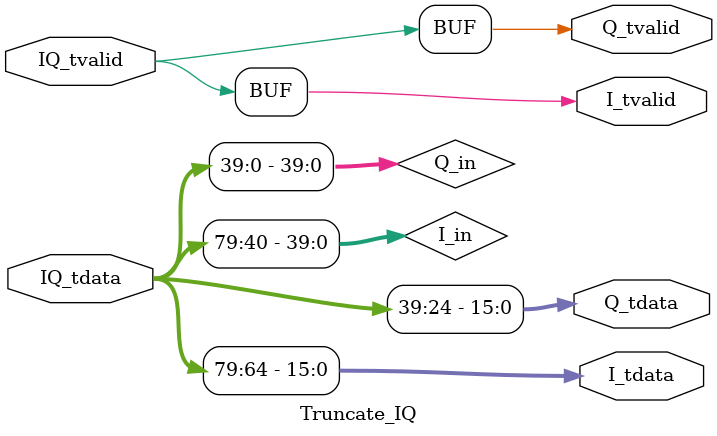
<source format=v>

module Truncate_IQ #(
  parameter I_WIDTH = 80, // input width
  parameter O_WIDTH = 16, // output width
  parameter MSB_TRUNCATE_BITS = 0 // truncate bits on MSB
) (
  // input  signed [I_WIDTH-1:0] I_in_tdata,
  // input                       I_in_tvalid,
  // input  signed [I_WIDTH-1:0] Q_in_tdata,
  // input                       Q_in_tvalid,
  input  signed [I_WIDTH-1:0] IQ_tdata,
  input                       IQ_tvalid,
  output signed [O_WIDTH-1:0] I_tdata,
  output                      I_tvalid,
  output signed [O_WIDTH-1:0] Q_tdata,
  output                      Q_tvalid
);
  localparam RIGHT_SHIFT = I_WIDTH/2 - O_WIDTH - MSB_TRUNCATE_BITS;  

  wire signed [I_WIDTH/2-1:0] I_in, Q_in;
  assign { I_in, Q_in } = IQ_tdata;
  // truncate bits with arithematic right shift
  assign I_tdata = I_in >>> RIGHT_SHIFT;
  assign Q_tdata = Q_in >>> RIGHT_SHIFT;
  // pass through valid signal
  assign I_tvalid = IQ_tvalid;
  assign Q_tvalid = IQ_tvalid;
endmodule

</source>
